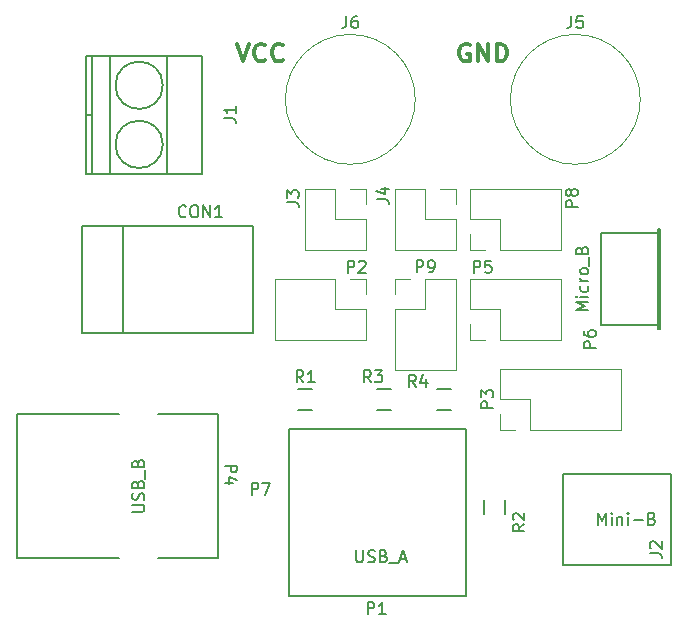
<source format=gto>
G04 #@! TF.GenerationSoftware,KiCad,Pcbnew,(2017-04-12 revision 02abf1804)-makepkg*
G04 #@! TF.CreationDate,2017-04-26T22:03:17+03:00*
G04 #@! TF.ProjectId,vbb,7662622E6B696361645F706362000000,rev?*
G04 #@! TF.FileFunction,Legend,Top*
G04 #@! TF.FilePolarity,Positive*
%FSLAX46Y46*%
G04 Gerber Fmt 4.6, Leading zero omitted, Abs format (unit mm)*
G04 Created by KiCad (PCBNEW (2017-04-12 revision 02abf1804)-makepkg) date 04/26/17 22:03:17*
%MOMM*%
%LPD*%
G01*
G04 APERTURE LIST*
%ADD10C,0.100000*%
%ADD11C,0.300000*%
%ADD12C,0.120000*%
%ADD13C,0.150000*%
%ADD14C,0.200660*%
%ADD15C,0.170000*%
G04 APERTURE END LIST*
D10*
D11*
X32957142Y46550000D02*
X32814285Y46621429D01*
X32600000Y46621429D01*
X32385714Y46550000D01*
X32242857Y46407143D01*
X32171428Y46264286D01*
X32100000Y45978572D01*
X32100000Y45764286D01*
X32171428Y45478572D01*
X32242857Y45335715D01*
X32385714Y45192858D01*
X32600000Y45121429D01*
X32742857Y45121429D01*
X32957142Y45192858D01*
X33028571Y45264286D01*
X33028571Y45764286D01*
X32742857Y45764286D01*
X33671428Y45121429D02*
X33671428Y46621429D01*
X34528571Y45121429D01*
X34528571Y46621429D01*
X35242857Y45121429D02*
X35242857Y46621429D01*
X35600000Y46621429D01*
X35814285Y46550000D01*
X35957142Y46407143D01*
X36028571Y46264286D01*
X36100000Y45978572D01*
X36100000Y45764286D01*
X36028571Y45478572D01*
X35957142Y45335715D01*
X35814285Y45192858D01*
X35600000Y45121429D01*
X35242857Y45121429D01*
X13300000Y46621429D02*
X13800000Y45121429D01*
X14300000Y46621429D01*
X15657142Y45264286D02*
X15585714Y45192858D01*
X15371428Y45121429D01*
X15228571Y45121429D01*
X15014285Y45192858D01*
X14871428Y45335715D01*
X14800000Y45478572D01*
X14728571Y45764286D01*
X14728571Y45978572D01*
X14800000Y46264286D01*
X14871428Y46407143D01*
X15014285Y46550000D01*
X15228571Y46621429D01*
X15371428Y46621429D01*
X15585714Y46550000D01*
X15657142Y46478572D01*
X17157142Y45264286D02*
X17085714Y45192858D01*
X16871428Y45121429D01*
X16728571Y45121429D01*
X16514285Y45192858D01*
X16371428Y45335715D01*
X16300000Y45478572D01*
X16228571Y45764286D01*
X16228571Y45978572D01*
X16300000Y46264286D01*
X16371428Y46407143D01*
X16514285Y46550000D01*
X16728571Y46621429D01*
X16871428Y46621429D01*
X17085714Y46550000D01*
X17157142Y46478572D01*
D12*
X47410000Y41910000D02*
G75*
G03X47410000Y41910000I-5500000J0D01*
G01*
X28360000Y41910000D02*
G75*
G03X28360000Y41910000I-5500000J0D01*
G01*
D13*
X11684000Y15240000D02*
X11684000Y3048000D01*
X-5334000Y3048000D02*
X-5334000Y15240000D01*
X11684000Y3048000D02*
X6604000Y3048000D01*
X3302000Y3048000D02*
X-5334000Y3048000D01*
X11684000Y15240000D02*
X6604000Y15240000D01*
X3302000Y15240000D02*
X-5334000Y15240000D01*
D12*
X21590000Y34350000D02*
X18990000Y34350000D01*
X18990000Y34350000D02*
X18990000Y29150000D01*
X18990000Y29150000D02*
X24190000Y29150000D01*
X24190000Y29150000D02*
X24190000Y31750000D01*
X24190000Y31750000D02*
X21590000Y31750000D01*
X21590000Y31750000D02*
X21590000Y34350000D01*
X22860000Y34350000D02*
X24190000Y34350000D01*
X24190000Y34350000D02*
X24190000Y33020000D01*
X31810000Y34350000D02*
X31810000Y33020000D01*
X30480000Y34350000D02*
X31810000Y34350000D01*
X29210000Y31750000D02*
X29210000Y34350000D01*
X31810000Y31750000D02*
X29210000Y31750000D01*
X31810000Y29150000D02*
X31810000Y31750000D01*
X26610000Y29150000D02*
X31810000Y29150000D01*
X26610000Y34350000D02*
X26610000Y29150000D01*
X29210000Y34350000D02*
X26610000Y34350000D01*
X35560000Y29150000D02*
X40700000Y29150000D01*
X40700000Y29150000D02*
X40700000Y34350000D01*
X40700000Y34350000D02*
X32960000Y34350000D01*
X32960000Y34350000D02*
X32960000Y31750000D01*
X32960000Y31750000D02*
X35560000Y31750000D01*
X35560000Y31750000D02*
X35560000Y29150000D01*
X34290000Y29150000D02*
X32960000Y29150000D01*
X32960000Y29150000D02*
X32960000Y30480000D01*
X26610000Y26730000D02*
X27940000Y26730000D01*
X26610000Y25400000D02*
X26610000Y26730000D01*
X29210000Y24130000D02*
X26610000Y24130000D01*
X29210000Y26730000D02*
X29210000Y24130000D01*
X31810000Y26730000D02*
X29210000Y26730000D01*
X31810000Y18990000D02*
X31810000Y26730000D01*
X26610000Y18990000D02*
X31810000Y18990000D01*
X26610000Y24130000D02*
X26610000Y18990000D01*
X21590000Y26730000D02*
X16450000Y26730000D01*
X16450000Y26730000D02*
X16450000Y21530000D01*
X16450000Y21530000D02*
X24190000Y21530000D01*
X24190000Y21530000D02*
X24190000Y24130000D01*
X24190000Y24130000D02*
X21590000Y24130000D01*
X21590000Y24130000D02*
X21590000Y26730000D01*
X22860000Y26730000D02*
X24190000Y26730000D01*
X24190000Y26730000D02*
X24190000Y25400000D01*
X32960000Y21530000D02*
X32960000Y22860000D01*
X34290000Y21530000D02*
X32960000Y21530000D01*
X35560000Y24130000D02*
X35560000Y21530000D01*
X32960000Y24130000D02*
X35560000Y24130000D01*
X32960000Y26730000D02*
X32960000Y24130000D01*
X40700000Y26730000D02*
X32960000Y26730000D01*
X40700000Y21530000D02*
X40700000Y26730000D01*
X35560000Y21530000D02*
X40700000Y21530000D01*
X35500000Y13910000D02*
X35500000Y15240000D01*
X36830000Y13910000D02*
X35500000Y13910000D01*
X38100000Y16510000D02*
X38100000Y13910000D01*
X35500000Y16510000D02*
X38100000Y16510000D01*
X35500000Y19110000D02*
X35500000Y16510000D01*
X45780000Y19110000D02*
X35500000Y19110000D01*
X45780000Y13910000D02*
X45780000Y19110000D01*
X38100000Y13910000D02*
X45780000Y13910000D01*
D13*
X14620240Y31170880D02*
X119380Y31170880D01*
X14620240Y22169120D02*
X14620240Y31170880D01*
X119380Y22169120D02*
X14620240Y22169120D01*
X119380Y31170880D02*
X119380Y22169120D01*
X3619500Y31170880D02*
X3619500Y22169120D01*
X25120000Y17385000D02*
X26320000Y17385000D01*
X26320000Y15635000D02*
X25120000Y15635000D01*
X35927000Y7966000D02*
X35927000Y6766000D01*
X34177000Y6766000D02*
X34177000Y7966000D01*
X50038000Y2500000D02*
X50038000Y10200000D01*
X50038000Y10200000D02*
X40838000Y10200000D01*
X40838000Y10200000D02*
X40838000Y2500000D01*
X40838000Y2500000D02*
X50038000Y2500000D01*
X18450000Y17385000D02*
X19650000Y17385000D01*
X19650000Y15635000D02*
X18450000Y15635000D01*
X32638960Y-126880D02*
X17652960Y-126880D01*
X32638960Y13970120D02*
X17652960Y13970120D01*
X17652960Y-126880D02*
X17652960Y13970120D01*
X32638960Y13970120D02*
X32638960Y-126880D01*
X10280000Y45600000D02*
X480000Y45600000D01*
X10280000Y35600000D02*
X10280000Y45600000D01*
X480000Y35600000D02*
X10280000Y35600000D01*
X480000Y45600000D02*
X480000Y35600000D01*
X980000Y45600000D02*
X980000Y35600000D01*
X7380000Y45600000D02*
X7380000Y35600000D01*
X2480000Y45600000D02*
X2480000Y35600000D01*
X6980000Y43100000D02*
G75*
G03X6980000Y43100000I-2000000J0D01*
G01*
X6980000Y38100000D02*
G75*
G03X6980000Y38100000I-2000000J0D01*
G01*
X980000Y40600000D02*
X480000Y40600000D01*
D14*
X44089320Y30599400D02*
X49090580Y30599400D01*
X44089320Y22801600D02*
X44089320Y30599400D01*
X49090580Y22801600D02*
X44089320Y22801600D01*
X48889920Y22499340D02*
X49090580Y22499340D01*
X48889920Y30901660D02*
X48889920Y22499340D01*
X49090580Y30901660D02*
X48889920Y30901660D01*
X49090580Y22499340D02*
X49090580Y30901660D01*
X48988980Y22499340D02*
X48988980Y30901660D01*
D13*
X30200000Y17385000D02*
X31400000Y17385000D01*
X31400000Y15635000D02*
X30200000Y15635000D01*
X24331904Y-1672380D02*
X24331904Y-672380D01*
X24712857Y-672380D01*
X24808095Y-720000D01*
X24855714Y-767619D01*
X24903333Y-862857D01*
X24903333Y-1005714D01*
X24855714Y-1100952D01*
X24808095Y-1148571D01*
X24712857Y-1196190D01*
X24331904Y-1196190D01*
X25855714Y-1672380D02*
X25284285Y-1672380D01*
X25570000Y-1672380D02*
X25570000Y-672380D01*
X25474761Y-815238D01*
X25379523Y-910476D01*
X25284285Y-958095D01*
X41576666Y48957620D02*
X41576666Y48243334D01*
X41529047Y48100477D01*
X41433809Y48005239D01*
X41290952Y47957620D01*
X41195714Y47957620D01*
X42529047Y48957620D02*
X42052857Y48957620D01*
X42005238Y48481429D01*
X42052857Y48529048D01*
X42148095Y48576667D01*
X42386190Y48576667D01*
X42481428Y48529048D01*
X42529047Y48481429D01*
X42576666Y48386191D01*
X42576666Y48148096D01*
X42529047Y48052858D01*
X42481428Y48005239D01*
X42386190Y47957620D01*
X42148095Y47957620D01*
X42052857Y48005239D01*
X42005238Y48052858D01*
X22526666Y48957620D02*
X22526666Y48243334D01*
X22479047Y48100477D01*
X22383809Y48005239D01*
X22240952Y47957620D01*
X22145714Y47957620D01*
X23431428Y48957620D02*
X23240952Y48957620D01*
X23145714Y48910000D01*
X23098095Y48862381D01*
X23002857Y48719524D01*
X22955238Y48529048D01*
X22955238Y48148096D01*
X23002857Y48052858D01*
X23050476Y48005239D01*
X23145714Y47957620D01*
X23336190Y47957620D01*
X23431428Y48005239D01*
X23479047Y48052858D01*
X23526666Y48148096D01*
X23526666Y48386191D01*
X23479047Y48481429D01*
X23431428Y48529048D01*
X23336190Y48576667D01*
X23145714Y48576667D01*
X23050476Y48529048D01*
X23002857Y48481429D01*
X22955238Y48386191D01*
X12247619Y10898096D02*
X13247619Y10898096D01*
X13247619Y10517143D01*
X13200000Y10421905D01*
X13152380Y10374286D01*
X13057142Y10326667D01*
X12914285Y10326667D01*
X12819047Y10374286D01*
X12771428Y10421905D01*
X12723809Y10517143D01*
X12723809Y10898096D01*
X12914285Y9469524D02*
X12247619Y9469524D01*
X13295238Y9707620D02*
X12580952Y9945715D01*
X12580952Y9326667D01*
X4405380Y7001143D02*
X5214904Y7001143D01*
X5310142Y7048762D01*
X5357761Y7096381D01*
X5405380Y7191620D01*
X5405380Y7382096D01*
X5357761Y7477334D01*
X5310142Y7524953D01*
X5214904Y7572572D01*
X4405380Y7572572D01*
X5357761Y8001143D02*
X5405380Y8144000D01*
X5405380Y8382096D01*
X5357761Y8477334D01*
X5310142Y8524953D01*
X5214904Y8572572D01*
X5119666Y8572572D01*
X5024428Y8524953D01*
X4976809Y8477334D01*
X4929190Y8382096D01*
X4881571Y8191620D01*
X4833952Y8096381D01*
X4786333Y8048762D01*
X4691095Y8001143D01*
X4595857Y8001143D01*
X4500619Y8048762D01*
X4453000Y8096381D01*
X4405380Y8191620D01*
X4405380Y8429715D01*
X4453000Y8572572D01*
X4881571Y9334477D02*
X4929190Y9477334D01*
X4976809Y9524953D01*
X5072047Y9572572D01*
X5214904Y9572572D01*
X5310142Y9524953D01*
X5357761Y9477334D01*
X5405380Y9382096D01*
X5405380Y9001143D01*
X4405380Y9001143D01*
X4405380Y9334477D01*
X4453000Y9429715D01*
X4500619Y9477334D01*
X4595857Y9524953D01*
X4691095Y9524953D01*
X4786333Y9477334D01*
X4833952Y9429715D01*
X4881571Y9334477D01*
X4881571Y9001143D01*
X5500619Y9763048D02*
X5500619Y10524953D01*
X4881571Y11096381D02*
X4929190Y11239239D01*
X4976809Y11286858D01*
X5072047Y11334477D01*
X5214904Y11334477D01*
X5310142Y11286858D01*
X5357761Y11239239D01*
X5405380Y11144000D01*
X5405380Y10763048D01*
X4405380Y10763048D01*
X4405380Y11096381D01*
X4453000Y11191620D01*
X4500619Y11239239D01*
X4595857Y11286858D01*
X4691095Y11286858D01*
X4786333Y11239239D01*
X4833952Y11191620D01*
X4881571Y11096381D01*
X4881571Y10763048D01*
X17486380Y33194667D02*
X18200666Y33194667D01*
X18343523Y33147048D01*
X18438761Y33051810D01*
X18486380Y32908953D01*
X18486380Y32813715D01*
X17486380Y33575620D02*
X17486380Y34194667D01*
X17867333Y33861334D01*
X17867333Y34004191D01*
X17914952Y34099429D01*
X17962571Y34147048D01*
X18057809Y34194667D01*
X18295904Y34194667D01*
X18391142Y34147048D01*
X18438761Y34099429D01*
X18486380Y34004191D01*
X18486380Y33718477D01*
X18438761Y33623239D01*
X18391142Y33575620D01*
X25106380Y33448667D02*
X25820666Y33448667D01*
X25963523Y33401048D01*
X26058761Y33305810D01*
X26106380Y33162953D01*
X26106380Y33067715D01*
X25439714Y34353429D02*
X26106380Y34353429D01*
X25058761Y34115334D02*
X25773047Y33877239D01*
X25773047Y34496286D01*
X42108380Y32789905D02*
X41108380Y32789905D01*
X41108380Y33170858D01*
X41156000Y33266096D01*
X41203619Y33313715D01*
X41298857Y33361334D01*
X41441714Y33361334D01*
X41536952Y33313715D01*
X41584571Y33266096D01*
X41632190Y33170858D01*
X41632190Y32789905D01*
X41536952Y33932762D02*
X41489333Y33837524D01*
X41441714Y33789905D01*
X41346476Y33742286D01*
X41298857Y33742286D01*
X41203619Y33789905D01*
X41156000Y33837524D01*
X41108380Y33932762D01*
X41108380Y34123239D01*
X41156000Y34218477D01*
X41203619Y34266096D01*
X41298857Y34313715D01*
X41346476Y34313715D01*
X41441714Y34266096D01*
X41489333Y34218477D01*
X41536952Y34123239D01*
X41536952Y33932762D01*
X41584571Y33837524D01*
X41632190Y33789905D01*
X41727428Y33742286D01*
X41917904Y33742286D01*
X42013142Y33789905D01*
X42060761Y33837524D01*
X42108380Y33932762D01*
X42108380Y34123239D01*
X42060761Y34218477D01*
X42013142Y34266096D01*
X41917904Y34313715D01*
X41727428Y34313715D01*
X41632190Y34266096D01*
X41584571Y34218477D01*
X41536952Y34123239D01*
X28471904Y27277620D02*
X28471904Y28277620D01*
X28852857Y28277620D01*
X28948095Y28230000D01*
X28995714Y28182381D01*
X29043333Y28087143D01*
X29043333Y27944286D01*
X28995714Y27849048D01*
X28948095Y27801429D01*
X28852857Y27753810D01*
X28471904Y27753810D01*
X29519523Y27277620D02*
X29710000Y27277620D01*
X29805238Y27325239D01*
X29852857Y27372858D01*
X29948095Y27515715D01*
X29995714Y27706191D01*
X29995714Y28087143D01*
X29948095Y28182381D01*
X29900476Y28230000D01*
X29805238Y28277620D01*
X29614761Y28277620D01*
X29519523Y28230000D01*
X29471904Y28182381D01*
X29424285Y28087143D01*
X29424285Y27849048D01*
X29471904Y27753810D01*
X29519523Y27706191D01*
X29614761Y27658572D01*
X29805238Y27658572D01*
X29900476Y27706191D01*
X29948095Y27753810D01*
X29995714Y27849048D01*
X22629904Y27233620D02*
X22629904Y28233620D01*
X23010857Y28233620D01*
X23106095Y28186000D01*
X23153714Y28138381D01*
X23201333Y28043143D01*
X23201333Y27900286D01*
X23153714Y27805048D01*
X23106095Y27757429D01*
X23010857Y27709810D01*
X22629904Y27709810D01*
X23582285Y28138381D02*
X23629904Y28186000D01*
X23725142Y28233620D01*
X23963238Y28233620D01*
X24058476Y28186000D01*
X24106095Y28138381D01*
X24153714Y28043143D01*
X24153714Y27947905D01*
X24106095Y27805048D01*
X23534666Y27233620D01*
X24153714Y27233620D01*
X33297904Y27233620D02*
X33297904Y28233620D01*
X33678857Y28233620D01*
X33774095Y28186000D01*
X33821714Y28138381D01*
X33869333Y28043143D01*
X33869333Y27900286D01*
X33821714Y27805048D01*
X33774095Y27757429D01*
X33678857Y27709810D01*
X33297904Y27709810D01*
X34774095Y28233620D02*
X34297904Y28233620D01*
X34250285Y27757429D01*
X34297904Y27805048D01*
X34393142Y27852667D01*
X34631238Y27852667D01*
X34726476Y27805048D01*
X34774095Y27757429D01*
X34821714Y27662191D01*
X34821714Y27424096D01*
X34774095Y27328858D01*
X34726476Y27281239D01*
X34631238Y27233620D01*
X34393142Y27233620D01*
X34297904Y27281239D01*
X34250285Y27328858D01*
X34952380Y15771905D02*
X33952380Y15771905D01*
X33952380Y16152858D01*
X34000000Y16248096D01*
X34047619Y16295715D01*
X34142857Y16343334D01*
X34285714Y16343334D01*
X34380952Y16295715D01*
X34428571Y16248096D01*
X34476190Y16152858D01*
X34476190Y15771905D01*
X33952380Y16676667D02*
X33952380Y17295715D01*
X34333333Y16962381D01*
X34333333Y17105239D01*
X34380952Y17200477D01*
X34428571Y17248096D01*
X34523809Y17295715D01*
X34761904Y17295715D01*
X34857142Y17248096D01*
X34904761Y17200477D01*
X34952380Y17105239D01*
X34952380Y16819524D01*
X34904761Y16724286D01*
X34857142Y16676667D01*
X8945714Y32027858D02*
X8898095Y31980239D01*
X8755238Y31932620D01*
X8660000Y31932620D01*
X8517142Y31980239D01*
X8421904Y32075477D01*
X8374285Y32170715D01*
X8326666Y32361191D01*
X8326666Y32504048D01*
X8374285Y32694524D01*
X8421904Y32789762D01*
X8517142Y32885000D01*
X8660000Y32932620D01*
X8755238Y32932620D01*
X8898095Y32885000D01*
X8945714Y32837381D01*
X9564761Y32932620D02*
X9755238Y32932620D01*
X9850476Y32885000D01*
X9945714Y32789762D01*
X9993333Y32599286D01*
X9993333Y32265953D01*
X9945714Y32075477D01*
X9850476Y31980239D01*
X9755238Y31932620D01*
X9564761Y31932620D01*
X9469523Y31980239D01*
X9374285Y32075477D01*
X9326666Y32265953D01*
X9326666Y32599286D01*
X9374285Y32789762D01*
X9469523Y32885000D01*
X9564761Y32932620D01*
X10421904Y31932620D02*
X10421904Y32932620D01*
X10993333Y31932620D01*
X10993333Y32932620D01*
X11993333Y31932620D02*
X11421904Y31932620D01*
X11707619Y31932620D02*
X11707619Y32932620D01*
X11612380Y32789762D01*
X11517142Y32694524D01*
X11421904Y32646905D01*
X24598333Y17962620D02*
X24265000Y18438810D01*
X24026904Y17962620D02*
X24026904Y18962620D01*
X24407857Y18962620D01*
X24503095Y18915000D01*
X24550714Y18867381D01*
X24598333Y18772143D01*
X24598333Y18629286D01*
X24550714Y18534048D01*
X24503095Y18486429D01*
X24407857Y18438810D01*
X24026904Y18438810D01*
X24931666Y18962620D02*
X25550714Y18962620D01*
X25217380Y18581667D01*
X25360238Y18581667D01*
X25455476Y18534048D01*
X25503095Y18486429D01*
X25550714Y18391191D01*
X25550714Y18153096D01*
X25503095Y18057858D01*
X25455476Y18010239D01*
X25360238Y17962620D01*
X25074523Y17962620D01*
X24979285Y18010239D01*
X24931666Y18057858D01*
X37604380Y5929334D02*
X37128190Y5596000D01*
X37604380Y5357905D02*
X36604380Y5357905D01*
X36604380Y5738858D01*
X36652000Y5834096D01*
X36699619Y5881715D01*
X36794857Y5929334D01*
X36937714Y5929334D01*
X37032952Y5881715D01*
X37080571Y5834096D01*
X37128190Y5738858D01*
X37128190Y5357905D01*
X36699619Y6310286D02*
X36652000Y6357905D01*
X36604380Y6453143D01*
X36604380Y6691239D01*
X36652000Y6786477D01*
X36699619Y6834096D01*
X36794857Y6881715D01*
X36890095Y6881715D01*
X37032952Y6834096D01*
X37604380Y6262667D01*
X37604380Y6881715D01*
D15*
X48220380Y3476667D02*
X48934666Y3476667D01*
X49077523Y3429048D01*
X49172761Y3333810D01*
X49220380Y3190953D01*
X49220380Y3095715D01*
X48315619Y3905239D02*
X48268000Y3952858D01*
X48220380Y4048096D01*
X48220380Y4286191D01*
X48268000Y4381429D01*
X48315619Y4429048D01*
X48410857Y4476667D01*
X48506095Y4476667D01*
X48648952Y4429048D01*
X49220380Y3857620D01*
X49220380Y4476667D01*
X43847047Y5897620D02*
X43847047Y6897620D01*
X44180380Y6183334D01*
X44513714Y6897620D01*
X44513714Y5897620D01*
X44989904Y5897620D02*
X44989904Y6564286D01*
X44989904Y6897620D02*
X44942285Y6850000D01*
X44989904Y6802381D01*
X45037523Y6850000D01*
X44989904Y6897620D01*
X44989904Y6802381D01*
X45466095Y6564286D02*
X45466095Y5897620D01*
X45466095Y6469048D02*
X45513714Y6516667D01*
X45608952Y6564286D01*
X45751809Y6564286D01*
X45847047Y6516667D01*
X45894666Y6421429D01*
X45894666Y5897620D01*
X46370857Y5897620D02*
X46370857Y6564286D01*
X46370857Y6897620D02*
X46323238Y6850000D01*
X46370857Y6802381D01*
X46418476Y6850000D01*
X46370857Y6897620D01*
X46370857Y6802381D01*
X46847047Y6278572D02*
X47608952Y6278572D01*
X48418476Y6421429D02*
X48561333Y6373810D01*
X48608952Y6326191D01*
X48656571Y6230953D01*
X48656571Y6088096D01*
X48608952Y5992858D01*
X48561333Y5945239D01*
X48466095Y5897620D01*
X48085142Y5897620D01*
X48085142Y6897620D01*
X48418476Y6897620D01*
X48513714Y6850000D01*
X48561333Y6802381D01*
X48608952Y6707143D01*
X48608952Y6611905D01*
X48561333Y6516667D01*
X48513714Y6469048D01*
X48418476Y6421429D01*
X48085142Y6421429D01*
D13*
X18883333Y17962620D02*
X18550000Y18438810D01*
X18311904Y17962620D02*
X18311904Y18962620D01*
X18692857Y18962620D01*
X18788095Y18915000D01*
X18835714Y18867381D01*
X18883333Y18772143D01*
X18883333Y18629286D01*
X18835714Y18534048D01*
X18788095Y18486429D01*
X18692857Y18438810D01*
X18311904Y18438810D01*
X19835714Y17962620D02*
X19264285Y17962620D01*
X19550000Y17962620D02*
X19550000Y18962620D01*
X19454761Y18819762D01*
X19359523Y18724524D01*
X19264285Y18676905D01*
X14501904Y8437620D02*
X14501904Y9437620D01*
X14882857Y9437620D01*
X14978095Y9390000D01*
X15025714Y9342381D01*
X15073333Y9247143D01*
X15073333Y9104286D01*
X15025714Y9009048D01*
X14978095Y8961429D01*
X14882857Y8913810D01*
X14501904Y8913810D01*
X15406666Y9437620D02*
X16073333Y9437620D01*
X15644761Y8437620D01*
X23355611Y3722620D02*
X23355611Y2913096D01*
X23403230Y2817858D01*
X23450849Y2770239D01*
X23546087Y2722620D01*
X23736563Y2722620D01*
X23831801Y2770239D01*
X23879420Y2817858D01*
X23927040Y2913096D01*
X23927040Y3722620D01*
X24355611Y2770239D02*
X24498468Y2722620D01*
X24736563Y2722620D01*
X24831801Y2770239D01*
X24879420Y2817858D01*
X24927040Y2913096D01*
X24927040Y3008334D01*
X24879420Y3103572D01*
X24831801Y3151191D01*
X24736563Y3198810D01*
X24546087Y3246429D01*
X24450849Y3294048D01*
X24403230Y3341667D01*
X24355611Y3436905D01*
X24355611Y3532143D01*
X24403230Y3627381D01*
X24450849Y3675000D01*
X24546087Y3722620D01*
X24784182Y3722620D01*
X24927040Y3675000D01*
X25688944Y3246429D02*
X25831801Y3198810D01*
X25879420Y3151191D01*
X25927040Y3055953D01*
X25927040Y2913096D01*
X25879420Y2817858D01*
X25831801Y2770239D01*
X25736563Y2722620D01*
X25355611Y2722620D01*
X25355611Y3722620D01*
X25688944Y3722620D01*
X25784182Y3675000D01*
X25831801Y3627381D01*
X25879420Y3532143D01*
X25879420Y3436905D01*
X25831801Y3341667D01*
X25784182Y3294048D01*
X25688944Y3246429D01*
X25355611Y3246429D01*
X26117516Y2627381D02*
X26879420Y2627381D01*
X27069897Y3008334D02*
X27546087Y3008334D01*
X26974659Y2722620D02*
X27307992Y3722620D01*
X27641325Y2722620D01*
X12152380Y40306667D02*
X12866666Y40306667D01*
X13009523Y40259048D01*
X13104761Y40163810D01*
X13152380Y40020953D01*
X13152380Y39925715D01*
X13152380Y41306667D02*
X13152380Y40735239D01*
X13152380Y41020953D02*
X12152380Y41020953D01*
X12295238Y40925715D01*
X12390476Y40830477D01*
X12438095Y40735239D01*
D15*
X43632380Y20851905D02*
X42632380Y20851905D01*
X42632380Y21232858D01*
X42680000Y21328096D01*
X42727619Y21375715D01*
X42822857Y21423334D01*
X42965714Y21423334D01*
X43060952Y21375715D01*
X43108571Y21328096D01*
X43156190Y21232858D01*
X43156190Y20851905D01*
X42632380Y22280477D02*
X42632380Y22090000D01*
X42680000Y21994762D01*
X42727619Y21947143D01*
X42870476Y21851905D01*
X43060952Y21804286D01*
X43441904Y21804286D01*
X43537142Y21851905D01*
X43584761Y21899524D01*
X43632380Y21994762D01*
X43632380Y22185239D01*
X43584761Y22280477D01*
X43537142Y22328096D01*
X43441904Y22375715D01*
X43203809Y22375715D01*
X43108571Y22328096D01*
X43060952Y22280477D01*
X43013333Y22185239D01*
X43013333Y21994762D01*
X43060952Y21899524D01*
X43108571Y21851905D01*
X43203809Y21804286D01*
X42997380Y24057643D02*
X41997380Y24057643D01*
X42711666Y24390977D01*
X41997380Y24724310D01*
X42997380Y24724310D01*
X42997380Y25200500D02*
X42330714Y25200500D01*
X41997380Y25200500D02*
X42045000Y25152881D01*
X42092619Y25200500D01*
X42045000Y25248120D01*
X41997380Y25200500D01*
X42092619Y25200500D01*
X42949761Y26105262D02*
X42997380Y26010024D01*
X42997380Y25819548D01*
X42949761Y25724310D01*
X42902142Y25676691D01*
X42806904Y25629072D01*
X42521190Y25629072D01*
X42425952Y25676691D01*
X42378333Y25724310D01*
X42330714Y25819548D01*
X42330714Y26010024D01*
X42378333Y26105262D01*
X42997380Y26533834D02*
X42330714Y26533834D01*
X42521190Y26533834D02*
X42425952Y26581453D01*
X42378333Y26629072D01*
X42330714Y26724310D01*
X42330714Y26819548D01*
X42997380Y27295739D02*
X42949761Y27200500D01*
X42902142Y27152881D01*
X42806904Y27105262D01*
X42521190Y27105262D01*
X42425952Y27152881D01*
X42378333Y27200500D01*
X42330714Y27295739D01*
X42330714Y27438596D01*
X42378333Y27533834D01*
X42425952Y27581453D01*
X42521190Y27629072D01*
X42806904Y27629072D01*
X42902142Y27581453D01*
X42949761Y27533834D01*
X42997380Y27438596D01*
X42997380Y27295739D01*
X43092619Y27819548D02*
X43092619Y28581453D01*
X42473571Y29152881D02*
X42521190Y29295739D01*
X42568809Y29343358D01*
X42664047Y29390977D01*
X42806904Y29390977D01*
X42902142Y29343358D01*
X42949761Y29295739D01*
X42997380Y29200500D01*
X42997380Y28819548D01*
X41997380Y28819548D01*
X41997380Y29152881D01*
X42045000Y29248120D01*
X42092619Y29295739D01*
X42187857Y29343358D01*
X42283095Y29343358D01*
X42378333Y29295739D01*
X42425952Y29248120D01*
X42473571Y29152881D01*
X42473571Y28819548D01*
D13*
X28408333Y17581620D02*
X28075000Y18057810D01*
X27836904Y17581620D02*
X27836904Y18581620D01*
X28217857Y18581620D01*
X28313095Y18534000D01*
X28360714Y18486381D01*
X28408333Y18391143D01*
X28408333Y18248286D01*
X28360714Y18153048D01*
X28313095Y18105429D01*
X28217857Y18057810D01*
X27836904Y18057810D01*
X29265476Y18248286D02*
X29265476Y17581620D01*
X29027380Y18629239D02*
X28789285Y17914953D01*
X29408333Y17914953D01*
M02*

</source>
